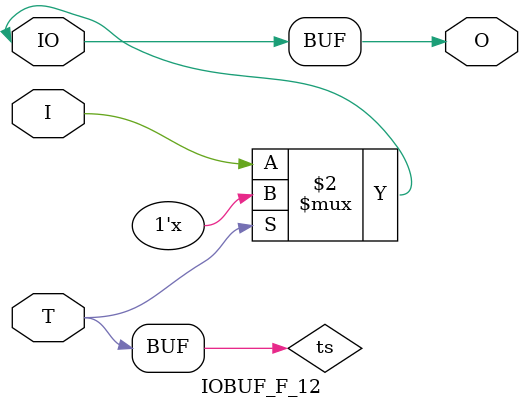
<source format=v>

/*

FUNCTION	: INPUT TRI-STATE OUTPUT BUFFER

*/

`celldefine
`timescale  100 ps / 10 ps

module IOBUF_F_12 (O, IO, I, T);

    output O;

    inout  IO;

    input  I, T;

    or O1 (ts, 1'b0, T);
    bufif0 T1 (IO, I, ts);

    buf B1 (O, IO);

endmodule

</source>
